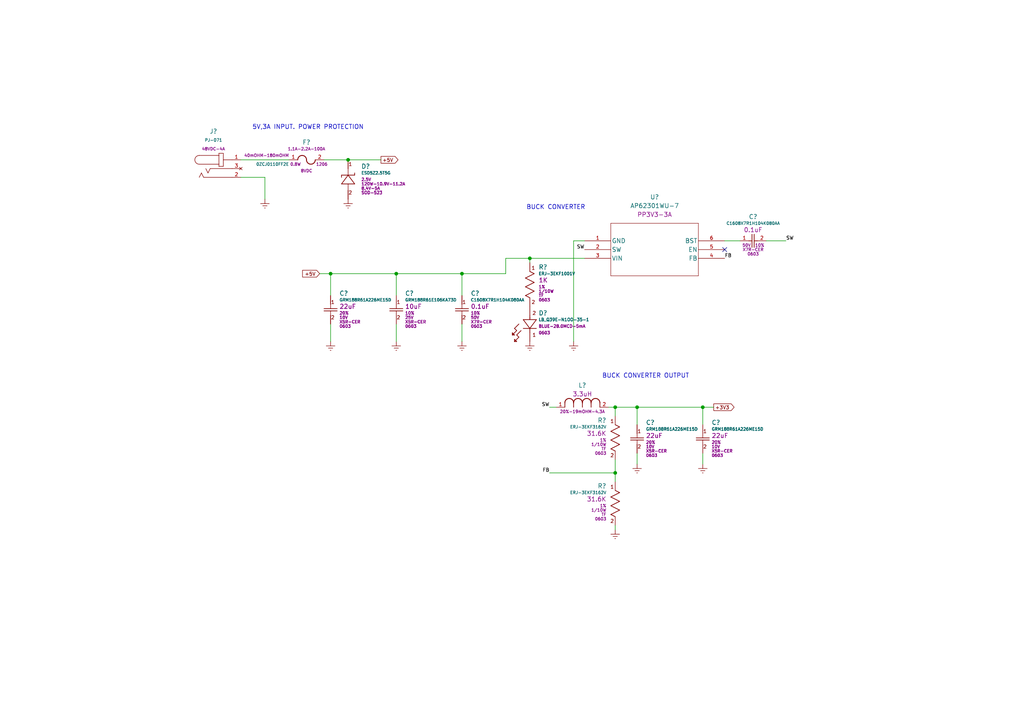
<source format=kicad_sch>
(kicad_sch (version 20211123) (generator eeschema)
  (paper "A4")
  (lib_symbols
    (symbol "1. Buck Converter:AP62301WU-7" (pin_names (offset 0.254))
      (property "Reference" "U" (at 20.32 6.35 0))
      (property "Value" "AP62301WU-7" (at 20.32 3.175 0))
      (property "Current" "PP3V3-3A" (at 20.32 0.635 0))
      (symbol "AP62301WU-7_1_1"
        (polyline (pts (xy 7.62 -10.16) (xy 33.02 -10.16)) (stroke (width 0.127)))
        (polyline (pts (xy 7.62 5.08) (xy 7.62 -10.16)) (stroke (width 0.127)))
        (polyline (pts (xy 33.02 -10.16) (xy 33.02 5.08)) (stroke (width 0.127)))
        (polyline (pts (xy 33.02 5.08) (xy 7.62 5.08)) (stroke (width 0.127)))
        (pin power_in line (at 0 0 0) (length 7.62) (name "GND") (number "1"))
        (pin output line (at 0 -2.54 0) (length 7.62) (name "SW") (number "2"))
        (pin power_in line (at 0 -5.08 0) (length 7.62) (name "VIN") (number "3"))
        (pin input line (at 40.64 -5.08 180) (length 7.62) (name "FB") (number "4"))
        (pin input line (at 40.64 -2.54 180) (length 7.62) (name "EN") (number "5"))
        (pin power_in line (at 40.64 0 180) (length 7.62) (name "BST") (number "6"))
      )
    )
    (symbol "1. Capacitor - 10u:GRM188R61E106KA73D" (pin_numbers hide) (pin_names (offset 1.651) hide)
      (property "Reference" "C" (at 2.54 0.254 0))
      (property "Value" "GRM188R61E106KA73D" (at 0 -22.86 0))
      (property "Capacitance" "10uF" (at 2.54 -1.651 0))
      (property "Tolerance" "10%" (at 2.794 -3.683 0))
      (property "Rated Voltage" "25V" (at 2.794 -5.588 0))
      (property "Code" "X5R-CER" (at 2.794 -7.493 0))
      (property "Size" "0603" (at 2.794 -9.398 0))
      (symbol "GRM188R61E106KA73D_0_0"
        (polyline (pts (xy 0 -5.715) (xy 0 -4.445)))
        (polyline (pts (xy 0 -3.81) (xy 0 -2.54)))
        (text "1" (at 0.635 -1.905 0) (effects (font (size 1 1))))
        (text "2" (at 0.635 -6.35 0) (effects (font (size 1 1))))
      )
      (symbol "GRM188R61E106KA73D_1_1"
        (polyline (pts (xy -1.905 -4.445) (xy 1.905 -4.445)) (stroke (width 0.2032)))
        (polyline (pts (xy -1.905 -3.81) (xy 1.905 -3.81)) (stroke (width 0.2032)))
        (pin passive line (at 0 0 270) (length 2.54) (name "1") (number "1"))
        (pin passive line (at 0 -8.255 90) (length 2.54) (name "2") (number "2"))
      )
    )
    (symbol "1. Inductor:NRS8030T3R3MJGJ" (pin_names (offset 1.651) hide)
      (property "Reference" "L?" (at 7.62 6.35 0))
      (property "Inductance" "3.3uH" (at 7.62 3.81 0))
      (property "Tolerance + DCR + Rated Current" "20%-19mOHM-4.3A" (at 7.62 -1.27 0))
      (symbol "NRS8030T3R3MJGJ_1_1"
        (polyline (pts (xy 2.54 0) (xy 2.54 1.27)) (stroke (width 0.2032)))
        (polyline (pts (xy 5.08 0) (xy 5.08 1.27)) (stroke (width 0.2032)))
        (polyline (pts (xy 7.62 0) (xy 7.62 1.27)) (stroke (width 0.2032)))
        (polyline (pts (xy 10.16 0) (xy 10.16 1.27)) (stroke (width 0.2032)))
        (polyline (pts (xy 12.7 0) (xy 12.7 1.27)) (stroke (width 0.2032)))
        (arc (start 5.08 1.27) (mid 3.81 2.54) (end 2.54 1.27) (stroke (width 0.254)))
        (arc (start 7.62 1.27) (mid 6.35 2.54) (end 5.08 1.27) (stroke (width 0.254)))
        (arc (start 10.16 1.27) (mid 8.89 2.54) (end 7.62 1.27) (stroke (width 0.254)))
        (arc (start 12.7 1.27) (mid 11.43 2.54) (end 10.16 1.27) (stroke (width 0.254)))
        (pin passive line (at 0 0 0) (length 2.54) (name "1") (number "1"))
        (pin passive line (at 15.24 0 180) (length 2.54) (name "2") (number "2"))
      )
    )
    (symbol "1. PTC Resistor:0ZCJ0110FF2E" (pin_names hide)
      (property "Reference" "F?" (at 5.08 5.08 0))
      (property "Value" "0ZCJ0110FF2E" (at 0 -1.27 0))
      (property "Rated Current" "1.1A-2.2A-100A" (at 5.08 3.175 0))
      (property "Resistance" "40mOHM-180mOHM" (at 0 1.27 0))
      (property "Max Voltage" "8VDC" (at 5.08 -3.175 0))
      (property "Typical Power" "0.8W" (at 1.905 -1.27 0))
      (property "Size" "1206" (at 9.525 -1.27 0))
      (symbol "0ZCJ0110FF2E_1_1"
        (arc (start 5.08 0) (mid 3.81 1.27) (end 2.54 0) (stroke (width 0.254)))
        (arc (start 5.08 0) (mid 6.35 -1.27) (end 7.62 0) (stroke (width 0.254)))
        (pin passive line (at 0 0 0) (length 2.54) (name "1") (number "1"))
        (pin passive line (at 10.16 0 180) (length 2.54) (name "2") (number "2"))
      )
    )
    (symbol "1. Power Connector:PJ-071" (pin_names (offset 1.016) hide)
      (property "Reference" "J" (at -5.715 3.81 0))
      (property "Value" "PJ-071" (at -5.715 2.54 0))
      (property "Rating" "48VDC-4A" (at -5.715 -6.985 0))
      (symbol "PJ-071_0_0"
        (arc (start -12.065 1.27) (mid -13.335 0) (end -12.065 -1.27) (stroke (width 0.1524)))
        (polyline (pts (xy -12.065 1.27) (xy -6.35 1.27)) (stroke (width 0.1524)))
        (polyline (pts (xy -11.43 -3.81) (xy -12.065 -5.08)) (stroke (width 0.1524)))
        (polyline (pts (xy -10.795 -5.08) (xy -11.43 -3.81)) (stroke (width 0.1524)))
        (polyline (pts (xy -9.525 -3.81) (xy -10.16 -2.54)) (stroke (width 0.1524)))
        (polyline (pts (xy -8.89 -2.54) (xy -9.525 -3.81)) (stroke (width 0.1524)))
        (polyline (pts (xy -6.35 -1.905) (xy -5.08 -1.905)) (stroke (width 0.1524)))
        (polyline (pts (xy -6.35 -1.27) (xy -12.065 -1.27)) (stroke (width 0.1524)))
        (polyline (pts (xy -6.35 -1.27) (xy -6.35 -1.905)) (stroke (width 0.1524)))
        (polyline (pts (xy -6.35 1.27) (xy -6.35 -1.27)) (stroke (width 0.1524)))
        (polyline (pts (xy -6.35 1.905) (xy -6.35 1.27)) (stroke (width 0.1524)))
        (polyline (pts (xy -5.08 -1.905) (xy -5.08 0)) (stroke (width 0.1524)))
        (polyline (pts (xy -5.08 0) (xy -5.08 1.905)) (stroke (width 0.1524)))
        (polyline (pts (xy -5.08 0) (xy -2.54 0)) (stroke (width 0.1524)))
        (polyline (pts (xy -5.08 1.905) (xy -6.35 1.905)) (stroke (width 0.1524)))
        (polyline (pts (xy -2.54 -5.08) (xy -10.795 -5.08)) (stroke (width 0.1524)))
        (polyline (pts (xy -2.54 -2.54) (xy -8.89 -2.54)) (stroke (width 0.1524)))
        (pin passive line (at 0 0 180) (length 2.54) (name "~") (number "1"))
        (pin passive line (at 0 -5.08 180) (length 2.54) (name "~") (number "2"))
        (pin no_connect line (at 0 -2.54 180) (length 2.54) (name "~") (number "3"))
      )
    )
    (symbol "1. Resistor - 1k:ERJ-3EKF1001V" (pin_numbers hide) (pin_names (offset -2.54) hide)
      (property "Reference" "R" (at 2.54 -1.27 0))
      (property "Value" "ERJ-3EKF1001V" (at 2.54 -3.175 0))
      (property "Resistance" "1K" (at 2.54 -5.08 0))
      (property "Tolerance" "1%" (at 2.54 -6.985 0))
      (property "Power Dissipation" "1/10W" (at 2.54 -8.255 0))
      (property "Type" "TF" (at 2.54 -9.525 0))
      (property "Size" "0603" (at 2.54 -10.795 0))
      (symbol "ERJ-3EKF1001V_0_0"
        (text "1" (at 1.016 -1.524 0) (effects (font (size 1 1))))
        (text "2" (at 1.016 -11.43 0) (effects (font (size 1 1))))
      )
      (symbol "ERJ-3EKF1001V_1_1"
        (polyline (pts (xy -1.27 -9.525) (xy 1.27 -8.255)) (stroke (width 0.2032)))
        (polyline (pts (xy -1.27 -6.985) (xy 1.27 -5.715)) (stroke (width 0.2032)))
        (polyline (pts (xy -1.27 -4.445) (xy 1.27 -3.175)) (stroke (width 0.2032)))
        (polyline (pts (xy 0 -10.16) (xy -1.27 -9.525)) (stroke (width 0.2032)))
        (polyline (pts (xy 1.27 -8.255) (xy -1.27 -6.985)) (stroke (width 0.2032)))
        (polyline (pts (xy 1.27 -5.715) (xy -1.27 -4.445)) (stroke (width 0.2032)))
        (polyline (pts (xy 1.27 -3.175) (xy 0 -2.54)) (stroke (width 0.2032)))
        (pin passive line (at 0 0 270) (length 2.54) (name "1") (number "1"))
        (pin passive line (at 0 -12.7 90) (length 2.54) (name "2") (number "2"))
      )
    )
    (symbol "1. Resistor - 31.6k:ERJ-3EKF3162V" (pin_numbers hide) (pin_names (offset -2.54) hide)
      (property "Reference" "R?" (at -5.715 1.1431 0))
      (property "Value" "ERJ-3EKF3162V" (at -5.715 -1.3969 0))
      (property "Resistance" "31.6K" (at -5.715 -3.9369 0))
      (property "Tolerance" "1%" (at -5.715 -6.4769 0))
      (property "Power Dissipation" "1/10W" (at -5.715 -9.0169 0))
      (property "Type" "TF" (at -5.715 -11.5569 0))
      (property "Size" "0603" (at -5.715 -14.0969 0))
      (symbol "ERJ-3EKF3162V_0_0"
        (text "1" (at -0.889 -1.524 0) (effects (font (size 1 1))))
        (text "2" (at -0.889 -11.43 0) (effects (font (size 1 1))))
      )
      (symbol "ERJ-3EKF3162V_1_1"
        (polyline (pts (xy -1.27 -9.525) (xy 1.27 -8.255)) (stroke (width 0.2032)))
        (polyline (pts (xy -1.27 -6.985) (xy 1.27 -5.715)) (stroke (width 0.2032)))
        (polyline (pts (xy -1.27 -4.445) (xy 1.27 -3.175)) (stroke (width 0.2032)))
        (polyline (pts (xy 0 -10.16) (xy -1.27 -9.525)) (stroke (width 0.2032)))
        (polyline (pts (xy 1.27 -8.255) (xy -1.27 -6.985)) (stroke (width 0.2032)))
        (polyline (pts (xy 1.27 -5.715) (xy -1.27 -4.445)) (stroke (width 0.2032)))
        (polyline (pts (xy 1.27 -3.175) (xy 0 -2.54)) (stroke (width 0.2032)))
        (pin passive line (at 0 0 270) (length 2.54) (name "1") (number "1"))
        (pin passive line (at 0 -12.7 90) (length 2.54) (name "2") (number "2"))
      )
    )
    (symbol "C1608X7R1H104K080AA_1" (pin_names (offset 1.651) hide)
      (property "Reference" "C?" (at 3.81 5.08 0))
      (property "Value" "C1608X7R1H104K080AA" (at 3.81 6.985 0))
      (property "Capacitance" "0.1uF" (at 3.81 3.175 0))
      (property "Rated Voltage" "50V" (at 1.905 -1.27 0))
      (property "Code" "X7R-CER" (at 3.81 -2.54 0))
      (property "Size" "0603" (at 3.81 -3.81 0))
      (property "Tolerance" "10%" (at 5.715 -1.27 0))
      (symbol "C1608X7R1H104K080AA_1_1_1"
        (polyline (pts (xy 2.54 0) (xy 3.4798 0)) (stroke (width 0.2032)))
        (polyline (pts (xy 3.4798 -1.905) (xy 3.4798 1.905)) (stroke (width 0.2032)))
        (polyline (pts (xy 4.1148 -1.905) (xy 4.1148 1.905)) (stroke (width 0.2032)))
        (polyline (pts (xy 4.1148 0) (xy 5.08 0)) (stroke (width 0.2032)))
        (pin passive line (at 0 0 0) (length 2.54) (name "1") (number "1"))
        (pin passive line (at 7.62 0 180) (length 2.54) (name "2") (number "2"))
      )
    )
    (symbol "C1608X7R1H104K080AA_3" (pin_numbers hide) (pin_names (offset 1.651) hide)
      (property "Reference" "C" (at 2.54 0.254 0))
      (property "Value" "C1608X7R1H104K080AA_3" (at 0.127 -17.78 0))
      (property "Capacitance" "0.1uF" (at 2.54 -1.524 0))
      (property "Tolerance" "10%" (at 2.794 -3.302 0))
      (property "Rated Voltage" "50V" (at 2.794 -4.826 0))
      (property "Code" "X7R-CER" (at 2.794 -6.35 0))
      (property "Size" "0603" (at 2.794 -7.874 0))
      (symbol "C1608X7R1H104K080AA_3_0_0"
        (polyline (pts (xy 0 -5.715) (xy 0 -4.445)))
        (polyline (pts (xy 0 -3.81) (xy 0 -2.54)))
        (text "1" (at 0.635 -1.905 0) (effects (font (size 1 1))))
        (text "2" (at 0.635 -6.35 0) (effects (font (size 1 1))))
      )
      (symbol "C1608X7R1H104K080AA_3_1_1"
        (polyline (pts (xy -1.905 -4.445) (xy 1.905 -4.445)) (stroke (width 0.2032)))
        (polyline (pts (xy -1.905 -3.81) (xy 1.905 -3.81)) (stroke (width 0.2032)))
        (pin passive line (at 0 0 270) (length 2.54) (name "1") (number "1"))
        (pin passive line (at 0 -8.255 90) (length 2.54) (name "2") (number "2"))
      )
    )
    (symbol "ESD5Z2.5T5G_1" (pin_numbers hide) (pin_names (offset 0.254) hide)
      (property "Reference" "D" (at 2.54 -3.175 0))
      (property "Value" "ESD5Z2.5T5G_1" (at 2.54 -5.08 0))
      (property "Reverse Working Voltage" "2.5V" (at 2.54 -6.985 0))
      (property "Power Pulse Power, Voltage, Current" "120W-10.9V-11.2A" (at 2.54 -9.525 0))
      (property "Clamping Voltage" "8.4V-5A" (at 2.54 -8.255 0))
      (property "Package" "SOD-523" (at 2.54 -10.795 0))
      (symbol "ESD5Z2.5T5G_1_0_0"
        (text "1" (at 0.635 -1.27 0) (effects (font (size 1 1))))
        (text "2" (at 0.635 -9.525 0) (effects (font (size 1 1))))
      )
      (symbol "ESD5Z2.5T5G_1_0_1"
        (polyline (pts (xy 0 -6.985) (xy 0 -8.89)))
        (polyline (pts (xy 0 -2.54) (xy 0 -4.445)))
      )
      (symbol "ESD5Z2.5T5G_1_1_0"
        (pin passive line (at 0 0 270) (length 2.54) (name "C") (number "1"))
        (pin passive line (at 0 -11.43 90) (length 2.54) (name "A") (number "2"))
      )
      (symbol "ESD5Z2.5T5G_1_1_1"
        (polyline (pts (xy -1.905 -6.985) (xy 0 -4.445)) (stroke (width 0.2032)))
        (polyline (pts (xy -1.905 -4.445) (xy -1.905 -5.08)) (stroke (width 0.2032)))
        (polyline (pts (xy 0 -4.445) (xy 1.905 -6.985)) (stroke (width 0.2032)))
        (polyline (pts (xy 1.905 -6.985) (xy -1.905 -6.985)) (stroke (width 0.2032)))
        (polyline (pts (xy 1.905 -4.445) (xy -1.905 -4.445)) (stroke (width 0.2032)))
        (polyline (pts (xy 1.905 -4.445) (xy 1.905 -3.81)) (stroke (width 0.2032)))
      )
    )
    (symbol "GRM188R61A226ME15D_1" (pin_numbers hide) (pin_names (offset 1.651) hide)
      (property "Reference" "C" (at 2.54 0.254 0))
      (property "Value" "GRM188R61A226ME15D_1" (at 0 -14.605 0))
      (property "Capacitance" "22uF" (at 2.54 -1.524 0))
      (property "Tolerance" "20%" (at 2.54 -3.429 0))
      (property "Rated Voltage" "10V" (at 2.54 -5.334 0))
      (property "Code" "X5R-CER" (at 2.54 -7.239 0))
      (property "Size" "0603" (at 2.54 -9.144 0))
      (symbol "GRM188R61A226ME15D_1_0_0"
        (polyline (pts (xy 0 -5.715) (xy 0 -4.445)))
        (polyline (pts (xy 0 -3.81) (xy 0 -2.54)))
        (text "1" (at 0.635 -1.905 0) (effects (font (size 1 1))))
        (text "2" (at 0.635 -6.35 0) (effects (font (size 1 1))))
      )
      (symbol "GRM188R61A226ME15D_1_1_1"
        (polyline (pts (xy -1.905 -4.445) (xy 1.905 -4.445)) (stroke (width 0.2032)))
        (polyline (pts (xy -1.905 -3.81) (xy 1.905 -3.81)) (stroke (width 0.2032)))
        (pin passive line (at 0 0 270) (length 2.54) (name "1") (number "1"))
        (pin passive line (at 0 -8.255 90) (length 2.54) (name "2") (number "2"))
      )
    )
    (symbol "LB_Q39E-N1OO-35-1_1" (pin_numbers hide) (pin_names hide)
      (property "Reference" "D?" (at 2.54 -1.905 0))
      (property "Value" "LB_Q39E-N1OO-35-1" (at 2.54 -3.81 0))
      (property "Colour-Intensity-FWD Current" "BLUE-28.0MCD-5mA" (at 2.54 -5.715 0))
      (property "Size" "0603" (at 2.54 -7.62 0))
      (symbol "LB_Q39E-N1OO-35-1_1_0_0"
        (text "1" (at 1.27 -8.255 0) (effects (font (size 1 1))))
        (text "2" (at 1.27 -1.905 0) (effects (font (size 1 1))))
      )
      (symbol "LB_Q39E-N1OO-35-1_1_1_1"
        (polyline (pts (xy -5.08 -8.255) (xy -5.08 -7.62)) (stroke (width 0.2032)))
        (polyline (pts (xy -5.08 -7.62) (xy -4.445 -8.255)) (stroke (width 0.2032)))
        (polyline (pts (xy -4.445 -10.16) (xy -4.445 -9.525)) (stroke (width 0.2032)))
        (polyline (pts (xy -4.445 -9.525) (xy -3.81 -10.16)) (stroke (width 0.2032)))
        (polyline (pts (xy -4.445 -8.255) (xy -5.08 -8.255)) (stroke (width 0.2032)))
        (polyline (pts (xy -4.445 -6.35) (xy -3.81 -6.985)) (stroke (width 0.2032)))
        (polyline (pts (xy -3.81 -10.16) (xy -4.445 -10.16)) (stroke (width 0.2032)))
        (polyline (pts (xy -3.81 -8.255) (xy -3.175 -8.89)) (stroke (width 0.2032)))
        (polyline (pts (xy -3.81 -6.985) (xy -5.08 -8.255)) (stroke (width 0.2032)))
        (polyline (pts (xy -3.175 -8.89) (xy -4.445 -10.16)) (stroke (width 0.2032)))
        (polyline (pts (xy -3.175 -5.08) (xy -4.445 -6.35)) (stroke (width 0.2032)))
        (polyline (pts (xy -2.54 -6.985) (xy -3.81 -8.255)) (stroke (width 0.2032)))
        (polyline (pts (xy -1.905 -3.81) (xy 1.905 -3.81)) (stroke (width 0.2032)))
        (polyline (pts (xy 0 -6.35) (xy -1.905 -3.81)) (stroke (width 0.2032)))
        (polyline (pts (xy 0 -6.35) (xy 0 -7.62)) (stroke (width 0.2032)))
        (polyline (pts (xy 0 -3.175) (xy 0 -3.81)) (stroke (width 0.2032)))
        (polyline (pts (xy 0 -2.54) (xy 0 -3.4798)) (stroke (width 0.2032)))
        (polyline (pts (xy 1.905 -6.35) (xy -1.905 -6.35)) (stroke (width 0.2032)))
        (polyline (pts (xy 1.905 -3.81) (xy 0 -6.35)) (stroke (width 0.2032)))
        (pin passive line (at 0 -10.16 90) (length 2.54) (name "1") (number "1"))
        (pin passive line (at 0 0 270) (length 2.54) (name "2") (number "2"))
      )
    )
    (symbol "power:Earth" (power) (pin_names (offset 0))
      (symbol "Earth_0_1"
        (polyline (pts (xy -0.635 -1.905) (xy 0.635 -1.905)))
        (polyline (pts (xy -0.127 -2.54) (xy 0.127 -2.54)))
        (polyline (pts (xy 0 -1.27) (xy 0 0)))
        (polyline (pts (xy 1.27 -1.27) (xy -1.27 -1.27)))
      )
      (symbol "Earth_1_1"
        (pin power_in line (at 0 0 270) (length 0) hide (name "Earth") (number "1"))
      )
    )
  )
  (junction (at 178.435 137.16))
  (junction (at 133.985 79.375))
  (junction (at 178.435 118.11))
  (junction (at 95.885 79.375))
  (junction (at 100.965 46.355))
  (junction (at 184.785 118.11))
  (junction (at 114.935 79.375))
  (junction (at 203.835 118.11))
  (junction (at 153.67 74.93))
  (no_connect (at 210.185 72.39))
  (wire (pts (xy 69.85 51.435) (xy 76.835 51.435)))
  (wire (pts (xy 178.435 153.67) (xy 178.435 152.4)))
  (wire (pts (xy 69.85 46.355) (xy 83.82 46.355)))
  (wire (pts (xy 178.435 137.16) (xy 178.435 139.7)))
  (wire (pts (xy 203.835 134.62) (xy 203.835 131.445)))
  (wire (pts (xy 184.785 118.11) (xy 184.785 123.19)))
  (wire (pts (xy 114.935 79.375) (xy 95.885 79.375)))
  (wire (pts (xy 222.25 69.85) (xy 227.965 69.85)))
  (wire (pts (xy 146.685 79.375) (xy 146.685 74.93)))
  (wire (pts (xy 176.53 118.11) (xy 178.435 118.11)))
  (wire (pts (xy 159.385 137.16) (xy 178.435 137.16)))
  (wire (pts (xy 184.785 118.11) (xy 203.835 118.11)))
  (wire (pts (xy 210.185 69.85) (xy 214.63 69.85)))
  (wire (pts (xy 178.435 118.11) (xy 184.785 118.11)))
  (wire (pts (xy 203.835 118.11) (xy 207.01 118.11)))
  (wire (pts (xy 133.985 85.725) (xy 133.985 79.375)))
  (wire (pts (xy 159.385 118.11) (xy 161.29 118.11)))
  (wire (pts (xy 133.985 93.98) (xy 133.985 99.06)))
  (wire (pts (xy 203.835 118.11) (xy 203.835 123.19)))
  (wire (pts (xy 95.885 93.98) (xy 95.885 99.06)))
  (wire (pts (xy 133.985 79.375) (xy 146.685 79.375)))
  (wire (pts (xy 169.545 69.85) (xy 166.37 69.85)))
  (wire (pts (xy 114.935 93.98) (xy 114.935 99.06)))
  (wire (pts (xy 153.67 74.93) (xy 153.67 76.2)))
  (wire (pts (xy 133.985 79.375) (xy 114.935 79.375)))
  (wire (pts (xy 100.965 46.355) (xy 110.49 46.355)))
  (wire (pts (xy 178.435 133.35) (xy 178.435 137.16)))
  (wire (pts (xy 93.98 46.355) (xy 100.965 46.355)))
  (wire (pts (xy 153.67 74.93) (xy 169.545 74.93)))
  (wire (pts (xy 95.885 79.375) (xy 95.885 85.725)))
  (wire (pts (xy 184.785 134.62) (xy 184.785 131.445)))
  (wire (pts (xy 178.435 118.11) (xy 178.435 120.65)))
  (wire (pts (xy 114.935 79.375) (xy 114.935 85.725)))
  (wire (pts (xy 76.835 51.435) (xy 76.835 57.785)))
  (wire (pts (xy 92.71 79.375) (xy 95.885 79.375)))
  (wire (pts (xy 146.685 74.93) (xy 153.67 74.93)))
  (wire (pts (xy 166.37 69.85) (xy 166.37 99.06)))
  (text "BUCK CONVERTER OUTPUT" (at 174.625 109.855 0) (effects (font (size 1.27 1.27)) (justify left bottom)))
  (text "BUCK CONVERTER" (at 152.654 60.96 0) (effects (font (size 1.27 1.27)) (justify left bottom)))
  (text "5V,3A INPUT. POWER PROTECTION" (at 73.152 37.719 0) (effects (font (size 1.27 1.27)) (justify left bottom)))
  (label "FB" (at 210.185 74.93 0) (effects (font (size 1 1))))
  (label "SW" (at 169.545 72.39 180) (effects (font (size 1 1))))
  (label "FB" (at 159.385 137.16 180) (effects (font (size 1 1))))
  (label "SW" (at 227.965 69.85 0) (effects (font (size 1 1))))
  (label "SW" (at 159.385 118.11 180) (effects (font (size 1 1))))
  (global_label "+5V" (shape output) (at 110.49 46.355 0) (effects (font (size 1 1))) (property "Intersheet References" "${INTERSHEET_REFS}" (effects hide)))
  (global_label "+5V" (shape input) (at 92.71 79.375 180) (effects (font (size 1 1))) (property "Intersheet References" "${INTERSHEET_REFS}" (effects hide)))
  (global_label "+3V3" (shape output) (at 207.01 118.11 0) (effects (font (size 1 1))) (property "Intersheet References" "${INTERSHEET_REFS}" (effects hide)))
  (symbol (lib_id "power:Earth") (at 184.785 134.62 0) (unit 1)
    (property "Reference" "#PWR?" (effects hide))
    (property "Value" "Earth" (effects hide))
  )
  (symbol (lib_id "1. PTC Resistor:0ZCJ0110FF2E") (at 83.82 46.355 0) (unit 1)
    (property "Reference" "F?" (at 88.9 41.275 0))
    (property "Value" "0ZCJ0110FF2E" (at 83.82 47.625 0) (effects (font (size 0.85 0.85)) (justify right)))
    (property "Footprint" "0ZCJ_BEL" (effects hide))
    (property "Datasheet" "https://www.belfuse.com/resources/datasheets/circuitprotection/ds-cp-0zcj-series.pdf" (effects hide))
    (property "Rated Current" "1.1A-2.2A-100A" (at 88.9 43.18 0) (effects (font (size 0.85 0.85))))
    (property "Resistance" "40mOHM-180mOHM" (at 83.82 45.085 0) (effects (font (size 0.85 0.85)) (justify right)))
    (property "Max Voltage" "8VDC" (at 88.9 49.53 0) (effects (font (size 0.85 0.85))))
    (property "Typical Power" "0.8W" (at 85.725 47.625 0) (effects (font (size 0.85 0.85))))
    (property "Size" "1206" (at 93.345 47.625 0) (effects (font (size 0.85 0.85))))
  )
  (symbol (lib_name "C1608X7R1H104K080AA_3") (lib_id "1. Capacitor - 0.1u:C1608X7R1H104K080AA") (at 133.985 85.725 0) (unit 1)
    (property "Reference" "C?" (at 136.525 85.09 0) (effects (justify left)))
    (property "Value" "C1608X7R1H104K080AA" (at 136.525 86.995 0) (effects (font (size 0.85 0.85)) (justify left)))
    (property "Footprint" "1. C1608X7R1H104K080AA:C1608X7R1H104K080AA" (effects hide))
    (property "Datasheet" "https://product.tdk.com/system/files/dam/doc/product/capacitor/ceramic/mlcc/catalog/mlcc_commercial_general_en.pdf" (effects hide))
    (property "Capacitance" "0.1uF" (at 136.525 88.9 0) (effects (justify left)))
    (property "Tolerance" "10%" (at 136.525 90.805 0) (effects (font (size 0.85 0.85)) (justify left)))
    (property "Rated Voltage" "50V" (at 136.525 92.075 0) (effects (font (size 0.85 0.85)) (justify left)))
    (property "Code" "X7R-CER" (at 136.525 93.345 0) (effects (font (size 0.85 0.85)) (justify left)))
    (property "Size" "0603" (at 136.525 94.615 0) (effects (font (size 0.85 0.85)) (justify left)))
  )
  (symbol (lib_id "power:Earth") (at 114.935 99.06 0) (unit 1)
    (property "Reference" "#PWR?" (effects hide))
    (property "Value" "Earth" (effects hide))
  )
  (symbol (lib_id "1. Resistor - 31.6k:ERJ-3EKF3162V") (at 178.435 120.65 0) (unit 1)
    (property "Reference" "R?" (at 175.895 121.92 0) (effects (justify right)))
    (property "Value" "ERJ-3EKF3162V" (at 175.895 123.825 0) (effects (font (size 0.85 0.85)) (justify right)))
    (property "Footprint" "1. ERJ-3EKF3162V:ERJ-3EKF3162V" (effects hide))
    (property "Datasheet" "https://industrial.panasonic.com/cdbs/www-data/pdf/RDA0000/AOA0000C304.pdf" (effects hide))
    (property "Resistance" "31.6K" (at 175.895 125.73 0) (effects (justify right)))
    (property "Tolerance" "1%" (at 175.895 127.635 0) (effects (font (size 0.85 0.85)) (justify right)))
    (property "Power Dissipation" "1/10W" (at 175.895 128.905 0) (effects (font (size 0.85 0.85)) (justify right)))
    (property "Type" "TF" (at 175.895 130.175 0) (effects (font (size 0.85 0.85)) (justify right)))
    (property "Size" "0603" (at 175.895 131.445 0) (effects (font (size 0.85 0.85)) (justify right)))
  )
  (symbol (lib_name "C1608X7R1H104K080AA_1") (lib_id "1. Capacitor - 0.1u:C1608X7R1H104K080AA") (at 214.63 69.85 0) (unit 1)
    (property "Reference" "C?" (at 218.44 62.865 0))
    (property "Value" "C1608X7R1H104K080AA" (at 218.44 64.77 0) (effects (font (size 0.85 0.85))))
    (property "Footprint" "1. C1608X7R1H104K080AA:C1608X7R1H104K080AA" (effects hide))
    (property "Datasheet" "https://product.tdk.com/system/files/dam/doc/product/capacitor/ceramic/mlcc/catalog/mlcc_commercial_general_en.pdf" (effects hide))
    (property "Capacitance" "0.1uF" (at 218.44 66.675 0))
    (property "Rated Voltage" "50V" (at 216.535 71.12 0) (effects (font (size 0.85 0.85))))
    (property "Code" "X7R-CER" (at 218.44 72.39 0) (effects (font (size 0.85 0.85))))
    (property "Size" "0603" (at 218.44 73.66 0) (effects (font (size 0.85 0.85))))
    (property "Tolerance" "10%" (at 220.345 71.12 0) (effects (font (size 0.85 0.85))))
  )
  (symbol (lib_id "power:Earth") (at 203.835 134.62 0) (unit 1)
    (property "Reference" "#PWR?" (effects hide))
    (property "Value" "Earth" (effects hide))
  )
  (symbol (lib_id "power:Earth") (at 133.985 99.06 0) (unit 1)
    (property "Reference" "#PWR?" (effects hide))
    (property "Value" "Earth" (effects hide))
  )
  (symbol (lib_id "power:Earth") (at 166.37 99.06 0) (unit 1)
    (property "Reference" "#PWR?" (effects hide))
    (property "Value" "Earth" (effects hide))
  )
  (symbol (lib_id "1. Inductor:NRS8030T3R3MJGJ") (at 161.29 118.11 0) (unit 1)
    (property "Reference" "L?" (at 168.91 111.76 0))
    (property "Value" "NRS8030T3R3MJGJ" (effects hide))
    (property "Footprint" "1. NRS8030T3R3MJGJ:NRS8030T3R3MJGJ" (effects hide))
    (property "Datasheet" "https://www.yuden.co.jp/productdata/catalog/wound04_e.pdf" (effects hide))
    (property "Inductance" "3.3uH" (at 168.91 114.3 0))
    (property "Tolerance + DCR + Rated Current" "20%-19mOHM-4.3A" (at 168.91 119.38 0) (effects (font (size 0.85 0.85))))
  )
  (symbol (lib_id "1. Resistor - 1k:ERJ-3EKF1001V") (at 153.67 76.2 0) (unit 1)
    (property "Reference" "R?" (at 156.21 77.47 0) (effects (justify left)))
    (property "Value" "ERJ-3EKF1001V" (at 156.21 79.375 0) (effects (font (size 0.85 0.85)) (justify left)))
    (property "Footprint" "ERJ-3EKF1001V:ERJ-3EKF1001V" (effects hide))
    (property "Datasheet" "https://industrial.panasonic.com/cdbs/www-data/pdf/RDA0000/AOA0000C304.pdf" (effects hide))
    (property "Resistance" "1K" (at 156.21 81.28 0) (effects (justify left)))
    (property "Tolerance" "1%" (at 156.21 83.185 0) (effects (font (size 0.85 0.85)) (justify left)))
    (property "Power Dissipation" "1/10W" (at 156.21 84.455 0) (effects (font (size 0.85 0.85)) (justify left)))
    (property "Type" "TF" (at 156.21 85.725 0) (effects (font (size 0.85 0.85)) (justify left)))
    (property "Size" "0603" (at 156.21 86.995 0) (effects (font (size 0.85 0.85)) (justify left)))
  )
  (symbol (lib_id "1. Buck Converter:AP62301WU-7") (at 169.545 69.85 0) (unit 1)
    (property "Reference" "U?" (at 189.865 57.15 0))
    (property "Value" "AP62301WU-7" (at 189.865 59.69 0))
    (property "Footprint" "TSOT26STANDARD_DIO" (effects hide))
    (property "Datasheet" "https://www.diodes.com/assets/Datasheets/AP62300_AP62301_AP62300T.pdf" (effects hide))
    (property "Current" "PP3V3-3A" (at 189.865 62.23 0))
    (property "Pakage" "TSOT-26" (effects hide))
  )
  (symbol (lib_id "1. Power Connector:PJ-071") (at 69.85 46.355 0) (unit 1)
    (property "Reference" "J?" (at 61.9125 38.1 0))
    (property "Value" "PJ-071" (at 61.9125 40.64 0) (effects (font (size 0.85 0.85))))
    (property "Footprint" "CUI_PJ-071" (effects hide))
    (property "Datasheet" "https://www.cuidevices.com/product/resource/pj-071.pdf" (effects hide))
    (property "Rating" "48VDC-4A" (at 61.9125 43.18 0) (effects (font (size 0.85 0.85))))
    (property "PARTREV" "1.01" (effects hide))
    (property "MANUFACTURER" "CUI INC" (effects hide))
  )
  (symbol (lib_name "GRM188R61A226ME15D_1") (lib_id "1. Capacitor - 22u:GRM188R61A226ME15D") (at 95.885 85.725 0) (unit 1)
    (property "Reference" "C?" (at 98.425 85.09 0) (effects (justify left)))
    (property "Value" "GRM188R61A226ME15D" (at 98.425 86.995 0) (effects (font (size 0.85 0.85)) (justify left)))
    (property "Footprint" "1. GRM188R61A226ME15D:GRM188R61A226ME15D" (effects hide))
    (property "Datasheet" "https://search.murata.co.jp/Ceramy/image/img/A01X/G101/ENG/GRM188R61A226ME15-01.pdf" (effects hide))
    (property "Capacitance" "22uF" (at 98.425 88.9 0) (effects (justify left)))
    (property "Tolerance" "20%" (at 98.425 90.805 0) (effects (font (size 0.85 0.85)) (justify left)))
    (property "Rated Voltage" "10V" (at 98.425 92.075 0) (effects (font (size 0.85 0.85)) (justify left)))
    (property "Code" "X5R-CER" (at 98.425 93.345 0) (effects (font (size 0.85 0.85)) (justify left)))
    (property "Size" "0603" (at 98.425 94.615 0) (effects (font (size 0.85 0.85)) (justify left)))
  )
  (symbol (lib_name "LB_Q39E-N1OO-35-1_1") (lib_id "1. LED - Blue:LB_Q39E-N1OO-35-1") (at 153.67 88.9 0) (unit 1)
    (property "Reference" "D?" (at 156.21 90.805 0) (effects (justify left)))
    (property "Value" "LB_Q39E-N1OO-35-1" (at 156.21 92.71 0) (effects (font (size 0.85 0.85)) (justify left)))
    (property "Footprint" "LED_N1OO-35-1_OSR" (effects hide))
    (property "Datasheet" "https://dammedia.osram.info/media/resource/hires/osram-dam-5174589/LB%20Q39E_EN.pdf" (effects hide))
    (property "Colour-Intensity-FWD Current" "BLUE-28.0MCD-5mA" (at 156.21 94.615 0) (effects (font (size 0.85 0.85)) (justify left)))
    (property "Size" "0603" (at 156.21 96.52 0) (effects (font (size 0.85 0.85)) (justify left)))
  )
  (symbol (lib_id "power:Earth") (at 100.965 57.785 0) (unit 1)
    (property "Reference" "#PWR?" (effects hide))
    (property "Value" "Earth" (effects hide))
  )
  (symbol (lib_id "power:Earth") (at 76.835 57.785 0) (unit 1)
    (property "Reference" "#PWR?" (effects hide))
    (property "Value" "Earth" (effects hide))
  )
  (symbol (lib_id "power:Earth") (at 178.435 153.67 0) (unit 1)
    (property "Reference" "#PWR?" (effects hide))
    (property "Value" "Earth" (effects hide))
  )
  (symbol (lib_name "GRM188R61A226ME15D_1") (lib_id "1. Capacitor - 22u:GRM188R61A226ME15D") (at 203.835 123.19 0) (unit 1)
    (property "Reference" "C?" (at 206.375 122.555 0) (effects (justify left)))
    (property "Value" "GRM188R61A226ME15D" (at 206.375 124.46 0) (effects (font (size 0.85 0.85)) (justify left)))
    (property "Footprint" "1. GRM188R61A226ME15D:GRM188R61A226ME15D" (effects hide))
    (property "Datasheet" "https://search.murata.co.jp/Ceramy/image/img/A01X/G101/ENG/GRM188R61A226ME15-01.pdf" (effects hide))
    (property "Capacitance" "22uF" (at 206.375 126.365 0) (effects (justify left)))
    (property "Tolerance" "20%" (at 206.375 128.27 0) (effects (font (size 0.85 0.85)) (justify left)))
    (property "Rated Voltage" "10V" (at 206.375 129.54 0) (effects (font (size 0.85 0.85)) (justify left)))
    (property "Code" "X5R-CER" (at 206.375 130.81 0) (effects (font (size 0.85 0.85)) (justify left)))
    (property "Size" "0603" (at 206.375 132.08 0) (effects (font (size 0.85 0.85)) (justify left)))
  )
  (symbol (lib_name "GRM188R61A226ME15D_1") (lib_id "1. Capacitor - 22u:GRM188R61A226ME15D") (at 184.785 123.19 0) (unit 1)
    (property "Reference" "C?" (at 187.325 122.555 0) (effects (justify left)))
    (property "Value" "GRM188R61A226ME15D" (at 187.325 124.46 0) (effects (font (size 0.85 0.85)) (justify left)))
    (property "Footprint" "1. GRM188R61A226ME15D:GRM188R61A226ME15D" (effects hide))
    (property "Datasheet" "https://search.murata.co.jp/Ceramy/image/img/A01X/G101/ENG/GRM188R61A226ME15-01.pdf" (effects hide))
    (property "Capacitance" "22uF" (at 187.325 126.365 0) (effects (justify left)))
    (property "Tolerance" "20%" (at 187.325 128.27 0) (effects (font (size 0.85 0.85)) (justify left)))
    (property "Rated Voltage" "10V" (at 187.325 129.54 0) (effects (font (size 0.85 0.85)) (justify left)))
    (property "Code" "X5R-CER" (at 187.325 130.81 0) (effects (font (size 0.85 0.85)) (justify left)))
    (property "Size" "0603" (at 187.325 132.08 0) (effects (font (size 0.85 0.85)) (justify left)))
  )
  (symbol (lib_id "power:Earth") (at 95.885 99.06 0) (unit 1)
    (property "Reference" "#PWR?" (effects hide))
    (property "Value" "Earth" (effects hide))
  )
  (symbol (lib_id "1. Resistor - 31.6k:ERJ-3EKF3162V") (at 178.435 139.7 0) (unit 1)
    (property "Reference" "R?" (at 175.895 140.97 0) (effects (justify right)))
    (property "Value" "ERJ-3EKF3162V" (at 175.895 142.875 0) (effects (font (size 0.85 0.85)) (justify right)))
    (property "Footprint" "1. ERJ-3EKF3162V:ERJ-3EKF3162V" (effects hide))
    (property "Datasheet" "https://industrial.panasonic.com/cdbs/www-data/pdf/RDA0000/AOA0000C304.pdf" (effects hide))
    (property "Resistance" "31.6K" (at 175.895 144.78 0) (effects (justify right)))
    (property "Tolerance" "1%" (at 175.895 146.685 0) (effects (font (size 0.85 0.85)) (justify right)))
    (property "Power Dissipation" "1/10W" (at 175.895 147.955 0) (effects (font (size 0.85 0.85)) (justify right)))
    (property "Type" "TF" (at 175.895 149.225 0) (effects (font (size 0.85 0.85)) (justify right)))
    (property "Size" "0603" (at 175.895 150.495 0) (effects (font (size 0.85 0.85)) (justify right)))
  )
  (symbol (lib_id "1. Capacitor - 10u:GRM188R61E106KA73D") (at 114.935 85.725 0) (unit 1)
    (property "Reference" "C?" (at 117.475 85.09 0) (effects (justify left)))
    (property "Value" "GRM188R61E106KA73D" (at 117.475 86.995 0) (effects (font (size 0.85 0.85)) (justify left)))
    (property "Footprint" "1. GRM188R61E106KA73D:GRM188R61E106KA73D" (effects hide))
    (property "Datasheet" "https://search.murata.co.jp/Ceramy/image/img/A01X/G101/ENG/GRM188R61E106KA73-01.pdf" (effects hide))
    (property "Capacitance" "10uF" (at 117.475 88.9 0) (effects (justify left)))
    (property "Tolerance" "10%" (at 117.475 90.805 0) (effects (font (size 0.85 0.85)) (justify left)))
    (property "Rated Voltage" "25V" (at 117.475 92.075 0) (effects (font (size 0.85 0.85)) (justify left)))
    (property "Code" "X5R-CER" (at 117.475 93.345 0) (effects (font (size 0.85 0.85)) (justify left)))
    (property "Size" "0603" (at 117.475 94.615 0) (effects (font (size 0.85 0.85)) (justify left)))
  )
  (symbol (lib_id "power:Earth") (at 153.67 99.06 0) (unit 1)
    (property "Reference" "#PWR?" (effects hide))
    (property "Value" "Earth" (effects hide))
  )
  (symbol (lib_name "ESD5Z2.5T5G_1") (lib_id "1. TVS Diode:ESD5Z2.5T5G") (at 100.965 46.355 0) (unit 1)
    (property "Reference" "D?" (at 104.775 48.26 0) (effects (justify left)))
    (property "Value" "ESD5Z2.5T5G" (at 104.775 50.165 0) (effects (font (size 0.85 0.85)) (justify left)))
    (property "Footprint" "SOD-523_0P9X1P3_ONS" (effects hide))
    (property "Datasheet" "https://www.onsemi.com/pdf/datasheet/esd5z2.5t1-d.pdf" (effects hide))
    (property "Reverse Working Voltage" "2.5V" (at 104.775 52.07 0) (effects (font (size 0.85 0.85)) (justify left)))
    (property "Power Pulse Power, Voltage, Current" "120W-10.9V-11.2A" (at 104.775 53.34 0) (effects (font (size 0.85 0.85)) (justify left)))
    (property "Clamping Voltage" "8.4V-5A" (at 104.775 54.61 0) (effects (font (size 0.85 0.85)) (justify left)))
    (property "Package" "SOD-523" (at 104.775 55.88 0) (effects (font (size 0.85 0.85)) (justify left)))
  )
)
</source>
